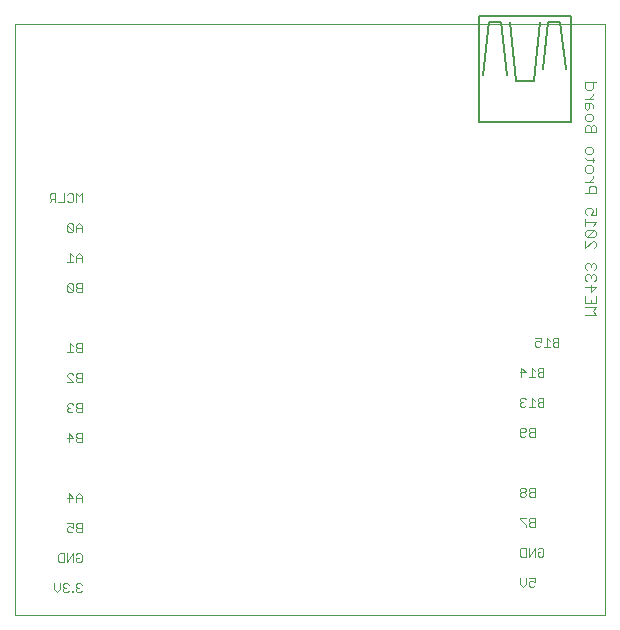
<source format=gbo>
G75*
G70*
%OFA0B0*%
%FSLAX24Y24*%
%IPPOS*%
%LPD*%
%AMOC8*
5,1,8,0,0,1.08239X$1,22.5*
%
%ADD10C,0.0000*%
%ADD11C,0.0030*%
%ADD12C,0.0050*%
D10*
X000685Y000685D02*
X000685Y020370D01*
X020370Y020370D01*
X020370Y000685D01*
X000685Y000685D01*
D11*
X001990Y001547D02*
X001990Y001741D01*
X002184Y001741D02*
X002184Y001547D01*
X002087Y001450D01*
X001990Y001547D01*
X002285Y001547D02*
X002285Y001499D01*
X002333Y001450D01*
X002430Y001450D01*
X002478Y001499D01*
X002577Y001499D02*
X002577Y001450D01*
X002626Y001450D01*
X002626Y001499D01*
X002577Y001499D01*
X002727Y001499D02*
X002775Y001450D01*
X002872Y001450D01*
X002920Y001499D01*
X002824Y001595D02*
X002775Y001595D01*
X002727Y001547D01*
X002727Y001499D01*
X002775Y001595D02*
X002727Y001644D01*
X002727Y001692D01*
X002775Y001741D01*
X002872Y001741D01*
X002920Y001692D01*
X002478Y001692D02*
X002430Y001741D01*
X002333Y001741D01*
X002285Y001692D01*
X002285Y001644D01*
X002333Y001595D01*
X002285Y001547D01*
X002333Y001595D02*
X002382Y001595D01*
X002432Y002450D02*
X002432Y002741D01*
X002331Y002741D02*
X002186Y002741D01*
X002138Y002692D01*
X002138Y002499D01*
X002186Y002450D01*
X002331Y002450D01*
X002331Y002741D01*
X002626Y002741D02*
X002432Y002450D01*
X002626Y002450D02*
X002626Y002741D01*
X002727Y002692D02*
X002775Y002741D01*
X002872Y002741D01*
X002920Y002692D01*
X002920Y002499D01*
X002872Y002450D01*
X002775Y002450D01*
X002727Y002499D01*
X002727Y002595D01*
X002824Y002595D01*
X002775Y003450D02*
X002920Y003450D01*
X002920Y003741D01*
X002775Y003741D01*
X002727Y003692D01*
X002727Y003644D01*
X002775Y003595D01*
X002920Y003595D01*
X002775Y003595D02*
X002727Y003547D01*
X002727Y003499D01*
X002775Y003450D01*
X002626Y003499D02*
X002577Y003450D01*
X002481Y003450D01*
X002432Y003499D01*
X002432Y003595D01*
X002481Y003644D01*
X002529Y003644D01*
X002626Y003595D01*
X002626Y003741D01*
X002432Y003741D01*
X002481Y004450D02*
X002481Y004741D01*
X002626Y004595D01*
X002432Y004595D01*
X002727Y004595D02*
X002920Y004595D01*
X002920Y004644D02*
X002824Y004741D01*
X002727Y004644D01*
X002727Y004450D01*
X002920Y004450D02*
X002920Y004644D01*
X002920Y006450D02*
X002775Y006450D01*
X002727Y006499D01*
X002727Y006547D01*
X002775Y006595D01*
X002920Y006595D01*
X002920Y006450D02*
X002920Y006741D01*
X002775Y006741D01*
X002727Y006692D01*
X002727Y006644D01*
X002775Y006595D01*
X002626Y006595D02*
X002432Y006595D01*
X002481Y006450D02*
X002481Y006741D01*
X002626Y006595D01*
X002577Y007450D02*
X002481Y007450D01*
X002432Y007499D01*
X002432Y007547D01*
X002481Y007595D01*
X002529Y007595D01*
X002481Y007595D02*
X002432Y007644D01*
X002432Y007692D01*
X002481Y007741D01*
X002577Y007741D01*
X002626Y007692D01*
X002727Y007692D02*
X002775Y007741D01*
X002920Y007741D01*
X002920Y007450D01*
X002775Y007450D01*
X002727Y007499D01*
X002727Y007547D01*
X002775Y007595D01*
X002920Y007595D01*
X002775Y007595D02*
X002727Y007644D01*
X002727Y007692D01*
X002626Y007499D02*
X002577Y007450D01*
X002626Y008450D02*
X002432Y008450D01*
X002626Y008450D02*
X002432Y008644D01*
X002432Y008692D01*
X002481Y008741D01*
X002577Y008741D01*
X002626Y008692D01*
X002727Y008692D02*
X002727Y008644D01*
X002775Y008595D01*
X002920Y008595D01*
X002920Y008450D02*
X002920Y008741D01*
X002775Y008741D01*
X002727Y008692D01*
X002775Y008595D02*
X002727Y008547D01*
X002727Y008499D01*
X002775Y008450D01*
X002920Y008450D01*
X002920Y009450D02*
X002775Y009450D01*
X002727Y009499D01*
X002727Y009547D01*
X002775Y009595D01*
X002920Y009595D01*
X002920Y009450D02*
X002920Y009741D01*
X002775Y009741D01*
X002727Y009692D01*
X002727Y009644D01*
X002775Y009595D01*
X002626Y009644D02*
X002529Y009741D01*
X002529Y009450D01*
X002626Y009450D02*
X002432Y009450D01*
X002481Y011450D02*
X002577Y011450D01*
X002626Y011499D01*
X002432Y011692D01*
X002432Y011499D01*
X002481Y011450D01*
X002626Y011499D02*
X002626Y011692D01*
X002577Y011741D01*
X002481Y011741D01*
X002432Y011692D01*
X002727Y011692D02*
X002727Y011644D01*
X002775Y011595D01*
X002920Y011595D01*
X002920Y011450D02*
X002775Y011450D01*
X002727Y011499D01*
X002727Y011547D01*
X002775Y011595D01*
X002727Y011692D02*
X002775Y011741D01*
X002920Y011741D01*
X002920Y011450D01*
X002920Y012450D02*
X002920Y012644D01*
X002824Y012741D01*
X002727Y012644D01*
X002727Y012450D01*
X002626Y012450D02*
X002432Y012450D01*
X002529Y012450D02*
X002529Y012741D01*
X002626Y012644D01*
X002727Y012595D02*
X002920Y012595D01*
X002920Y013450D02*
X002920Y013644D01*
X002824Y013741D01*
X002727Y013644D01*
X002727Y013450D01*
X002626Y013499D02*
X002626Y013692D01*
X002577Y013741D01*
X002481Y013741D01*
X002432Y013692D01*
X002626Y013499D01*
X002577Y013450D01*
X002481Y013450D01*
X002432Y013499D01*
X002432Y013692D01*
X002727Y013595D02*
X002920Y013595D01*
X002920Y014450D02*
X002920Y014741D01*
X002824Y014644D01*
X002727Y014741D01*
X002727Y014450D01*
X002626Y014499D02*
X002626Y014692D01*
X002577Y014741D01*
X002481Y014741D01*
X002432Y014692D01*
X002331Y014741D02*
X002331Y014450D01*
X002138Y014450D01*
X002036Y014450D02*
X002036Y014741D01*
X001891Y014741D01*
X001843Y014692D01*
X001843Y014595D01*
X001891Y014547D01*
X002036Y014547D01*
X001940Y014547D02*
X001843Y014450D01*
X002432Y014499D02*
X002481Y014450D01*
X002577Y014450D01*
X002626Y014499D01*
X017522Y008775D02*
X017715Y008775D01*
X017570Y008921D01*
X017570Y008630D01*
X017816Y008630D02*
X018010Y008630D01*
X017913Y008630D02*
X017913Y008921D01*
X018010Y008824D01*
X018111Y008824D02*
X018159Y008775D01*
X018304Y008775D01*
X018304Y008630D02*
X018304Y008921D01*
X018159Y008921D01*
X018111Y008872D01*
X018111Y008824D01*
X018159Y008775D02*
X018111Y008727D01*
X018111Y008679D01*
X018159Y008630D01*
X018304Y008630D01*
X018304Y007921D02*
X018159Y007921D01*
X018111Y007872D01*
X018111Y007824D01*
X018159Y007775D01*
X018304Y007775D01*
X018304Y007630D02*
X018304Y007921D01*
X018159Y007775D02*
X018111Y007727D01*
X018111Y007679D01*
X018159Y007630D01*
X018304Y007630D01*
X018010Y007630D02*
X017816Y007630D01*
X017913Y007630D02*
X017913Y007921D01*
X018010Y007824D01*
X017715Y007872D02*
X017667Y007921D01*
X017570Y007921D01*
X017522Y007872D01*
X017522Y007824D01*
X017570Y007775D01*
X017522Y007727D01*
X017522Y007679D01*
X017570Y007630D01*
X017667Y007630D01*
X017715Y007679D01*
X017618Y007775D02*
X017570Y007775D01*
X017570Y006921D02*
X017667Y006921D01*
X017715Y006872D01*
X017715Y006824D01*
X017667Y006775D01*
X017522Y006775D01*
X017522Y006679D02*
X017522Y006872D01*
X017570Y006921D01*
X017522Y006679D02*
X017570Y006630D01*
X017667Y006630D01*
X017715Y006679D01*
X017816Y006679D02*
X017865Y006630D01*
X018010Y006630D01*
X018010Y006921D01*
X017865Y006921D01*
X017816Y006872D01*
X017816Y006824D01*
X017865Y006775D01*
X018010Y006775D01*
X017865Y006775D02*
X017816Y006727D01*
X017816Y006679D01*
X017865Y004921D02*
X017816Y004872D01*
X017816Y004824D01*
X017865Y004775D01*
X018010Y004775D01*
X018010Y004630D02*
X017865Y004630D01*
X017816Y004679D01*
X017816Y004727D01*
X017865Y004775D01*
X017865Y004921D02*
X018010Y004921D01*
X018010Y004630D01*
X017715Y004679D02*
X017715Y004727D01*
X017667Y004775D01*
X017570Y004775D01*
X017522Y004727D01*
X017522Y004679D01*
X017570Y004630D01*
X017667Y004630D01*
X017715Y004679D01*
X017667Y004775D02*
X017715Y004824D01*
X017715Y004872D01*
X017667Y004921D01*
X017570Y004921D01*
X017522Y004872D01*
X017522Y004824D01*
X017570Y004775D01*
X017522Y003921D02*
X017522Y003872D01*
X017715Y003679D01*
X017715Y003630D01*
X017816Y003679D02*
X017865Y003630D01*
X018010Y003630D01*
X018010Y003921D01*
X017865Y003921D01*
X017816Y003872D01*
X017816Y003824D01*
X017865Y003775D01*
X018010Y003775D01*
X017865Y003775D02*
X017816Y003727D01*
X017816Y003679D01*
X017715Y003921D02*
X017522Y003921D01*
X017570Y002921D02*
X017522Y002872D01*
X017522Y002679D01*
X017570Y002630D01*
X017715Y002630D01*
X017715Y002921D01*
X017570Y002921D01*
X017816Y002921D02*
X017816Y002630D01*
X018010Y002921D01*
X018010Y002630D01*
X018111Y002679D02*
X018111Y002775D01*
X018208Y002775D01*
X018304Y002679D02*
X018304Y002872D01*
X018256Y002921D01*
X018159Y002921D01*
X018111Y002872D01*
X018111Y002679D02*
X018159Y002630D01*
X018256Y002630D01*
X018304Y002679D01*
X018010Y001921D02*
X017816Y001921D01*
X017715Y001921D02*
X017715Y001727D01*
X017618Y001630D01*
X017522Y001727D01*
X017522Y001921D01*
X017816Y001775D02*
X017816Y001679D01*
X017865Y001630D01*
X017961Y001630D01*
X018010Y001679D01*
X018010Y001775D02*
X017913Y001824D01*
X017865Y001824D01*
X017816Y001775D01*
X018010Y001775D02*
X018010Y001921D01*
X018070Y009630D02*
X018167Y009630D01*
X018215Y009679D01*
X018215Y009775D02*
X018118Y009824D01*
X018070Y009824D01*
X018022Y009775D01*
X018022Y009679D01*
X018070Y009630D01*
X018215Y009775D02*
X018215Y009921D01*
X018022Y009921D01*
X018316Y009630D02*
X018510Y009630D01*
X018413Y009630D02*
X018413Y009921D01*
X018510Y009824D01*
X018611Y009824D02*
X018659Y009775D01*
X018804Y009775D01*
X018804Y009630D02*
X018659Y009630D01*
X018611Y009679D01*
X018611Y009727D01*
X018659Y009775D01*
X018611Y009824D02*
X018611Y009872D01*
X018659Y009921D01*
X018804Y009921D01*
X018804Y009630D01*
X019700Y010700D02*
X020071Y010700D01*
X019947Y010824D01*
X020071Y010947D01*
X019700Y010947D01*
X019700Y011069D02*
X019700Y011316D01*
X019886Y011437D02*
X019886Y011684D01*
X020009Y011805D02*
X020071Y011867D01*
X020071Y011990D01*
X020009Y012052D01*
X019947Y012052D01*
X019886Y011990D01*
X019824Y012052D01*
X019762Y012052D01*
X019700Y011990D01*
X019700Y011867D01*
X019762Y011805D01*
X019886Y011929D02*
X019886Y011990D01*
X020009Y012174D02*
X020071Y012235D01*
X020071Y012359D01*
X020009Y012420D01*
X019947Y012420D01*
X019886Y012359D01*
X019824Y012420D01*
X019762Y012420D01*
X019700Y012359D01*
X019700Y012235D01*
X019762Y012174D01*
X019886Y012297D02*
X019886Y012359D01*
X020009Y012910D02*
X020071Y012972D01*
X020071Y013095D01*
X020009Y013157D01*
X019947Y013157D01*
X019700Y012910D01*
X019700Y013157D01*
X019762Y013279D02*
X020009Y013525D01*
X019762Y013525D01*
X019700Y013464D01*
X019700Y013340D01*
X019762Y013279D01*
X020009Y013279D01*
X020071Y013340D01*
X020071Y013464D01*
X020009Y013525D01*
X019947Y013647D02*
X020071Y013770D01*
X019700Y013770D01*
X019700Y013647D02*
X019700Y013894D01*
X019762Y014015D02*
X019700Y014077D01*
X019700Y014200D01*
X019762Y014262D01*
X019886Y014262D01*
X019947Y014200D01*
X019947Y014139D01*
X019886Y014015D01*
X020071Y014015D01*
X020071Y014262D01*
X020071Y014752D02*
X019700Y014752D01*
X019824Y014752D02*
X019824Y014937D01*
X019886Y014999D01*
X020009Y014999D01*
X020071Y014937D01*
X020071Y014752D01*
X019947Y015120D02*
X019700Y015120D01*
X019824Y015120D02*
X019947Y015243D01*
X019947Y015305D01*
X019886Y015427D02*
X019762Y015427D01*
X019700Y015489D01*
X019700Y015612D01*
X019762Y015674D01*
X019886Y015674D01*
X019947Y015612D01*
X019947Y015489D01*
X019886Y015427D01*
X019947Y015795D02*
X019947Y015919D01*
X020009Y015857D02*
X019762Y015857D01*
X019700Y015919D01*
X019762Y016041D02*
X019700Y016102D01*
X019700Y016226D01*
X019762Y016288D01*
X019886Y016288D01*
X019947Y016226D01*
X019947Y016102D01*
X019886Y016041D01*
X019762Y016041D01*
X019700Y016777D02*
X019700Y016963D01*
X019762Y017024D01*
X019824Y017024D01*
X019886Y016963D01*
X019886Y016777D01*
X020071Y016777D02*
X020071Y016963D01*
X020009Y017024D01*
X019947Y017024D01*
X019886Y016963D01*
X019886Y017146D02*
X019762Y017146D01*
X019700Y017207D01*
X019700Y017331D01*
X019762Y017393D01*
X019886Y017393D01*
X019947Y017331D01*
X019947Y017207D01*
X019886Y017146D01*
X019762Y017514D02*
X019824Y017576D01*
X019824Y017761D01*
X019886Y017761D02*
X019700Y017761D01*
X019700Y017576D01*
X019762Y017514D01*
X019947Y017576D02*
X019947Y017699D01*
X019886Y017761D01*
X019947Y017882D02*
X019700Y017882D01*
X019824Y017882D02*
X019947Y018006D01*
X019947Y018067D01*
X019886Y018189D02*
X019762Y018189D01*
X019700Y018251D01*
X019700Y018436D01*
X020071Y018436D01*
X019947Y018436D02*
X019947Y018251D01*
X019886Y018189D01*
X019700Y016777D02*
X020071Y016777D01*
X020071Y011622D02*
X019700Y011622D01*
X019886Y011437D02*
X020071Y011622D01*
X020071Y011316D02*
X020071Y011069D01*
X019700Y011069D01*
X019886Y011069D02*
X019886Y011192D01*
D12*
X019221Y017118D02*
X016150Y017118D01*
X016150Y020662D01*
X019221Y020662D01*
X019221Y017118D01*
X017981Y018496D02*
X017390Y018496D01*
X017193Y020465D01*
X016898Y020465D02*
X017095Y018693D01*
X016307Y018693D02*
X016504Y020465D01*
X016898Y020465D01*
X018177Y020465D02*
X017981Y018496D01*
X018276Y018890D02*
X018473Y020465D01*
X018866Y020465D01*
X019063Y018890D01*
M02*

</source>
